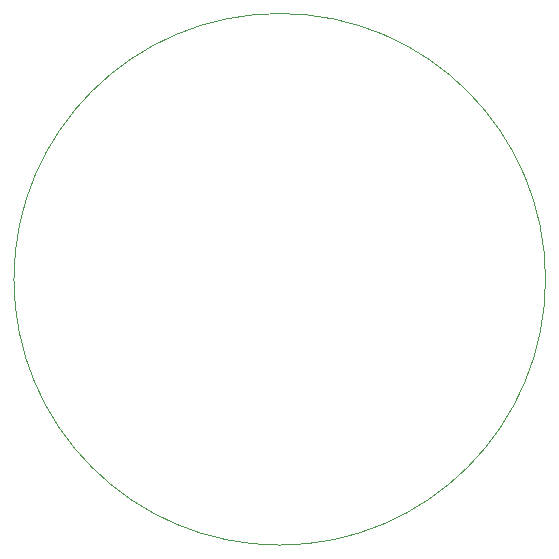
<source format=gbr>
%TF.GenerationSoftware,KiCad,Pcbnew,9.0.4*%
%TF.CreationDate,2025-09-18T23:21:34+02:00*%
%TF.ProjectId,X-DaysSynth,582d4461-7973-4537-996e-74682e6b6963,0.4*%
%TF.SameCoordinates,Original*%
%TF.FileFunction,Other,ECO1*%
%FSLAX46Y46*%
G04 Gerber Fmt 4.6, Leading zero omitted, Abs format (unit mm)*
G04 Created by KiCad (PCBNEW 9.0.4) date 2025-09-18 23:21:34*
%MOMM*%
%LPD*%
G01*
G04 APERTURE LIST*
%ADD10C,0.100000*%
G04 APERTURE END LIST*
D10*
%TO.C,RGB1*%
X163011355Y-94433435D02*
G75*
G02*
X118002441Y-94433435I-22504457J0D01*
G01*
X118002441Y-94433435D02*
G75*
G02*
X163011355Y-94433435I22504457J0D01*
G01*
%TD*%
M02*

</source>
